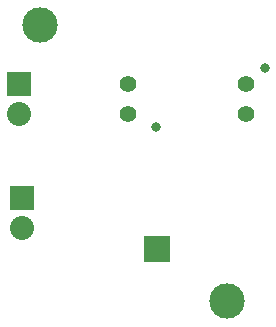
<source format=gbs>
G04 #@! TF.FileFunction,Soldermask,Bot*
%FSLAX46Y46*%
G04 Gerber Fmt 4.6, Leading zero omitted, Abs format (unit mm)*
G04 Created by KiCad (PCBNEW no-vcs-found-product) date Mon 03 Aug 2015 15:59:30 CEST*
%MOMM*%
G01*
G04 APERTURE LIST*
%ADD10C,0.127000*%
%ADD11R,2.032000X2.032000*%
%ADD12O,2.032000X2.032000*%
%ADD13C,0.800000*%
%ADD14C,1.400000*%
%ADD15C,3.000000*%
%ADD16R,2.235200X2.235200*%
G04 APERTURE END LIST*
D10*
D11*
X150876000Y-86360000D03*
D12*
X150876000Y-88900000D03*
D11*
X151130000Y-96012000D03*
D12*
X151130000Y-98552000D03*
D13*
X171700000Y-85030000D03*
X162500000Y-89980000D03*
D14*
X170100000Y-88900000D03*
X170100000Y-86360000D03*
X160100000Y-88900000D03*
X160100000Y-86360000D03*
D15*
X152654000Y-81407000D03*
X168529000Y-104775000D03*
D16*
X162560000Y-100330000D03*
M02*

</source>
